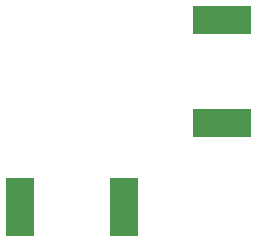
<source format=gbp>
G04 #@! TF.GenerationSoftware,KiCad,Pcbnew,5.1.4-e60b266~84~ubuntu18.04.1*
G04 #@! TF.CreationDate,2019-08-19T13:29:57+01:00*
G04 #@! TF.ProjectId,vctcxo-ref,76637463-786f-42d7-9265-662e6b696361,rev?*
G04 #@! TF.SameCoordinates,Original*
G04 #@! TF.FileFunction,Paste,Bot*
G04 #@! TF.FilePolarity,Positive*
%FSLAX46Y46*%
G04 Gerber Fmt 4.6, Leading zero omitted, Abs format (unit mm)*
G04 Created by KiCad (PCBNEW 5.1.4-e60b266~84~ubuntu18.04.1) date 2019-08-19 13:29:57*
%MOMM*%
%LPD*%
G04 APERTURE LIST*
%ADD10R,2.400000X5.000000*%
%ADD11R,5.000000X2.400000*%
G04 APERTURE END LIST*
D10*
X118815000Y-125730000D03*
X127565000Y-125730000D03*
D11*
X135890000Y-118675000D03*
X135890000Y-109925000D03*
M02*

</source>
